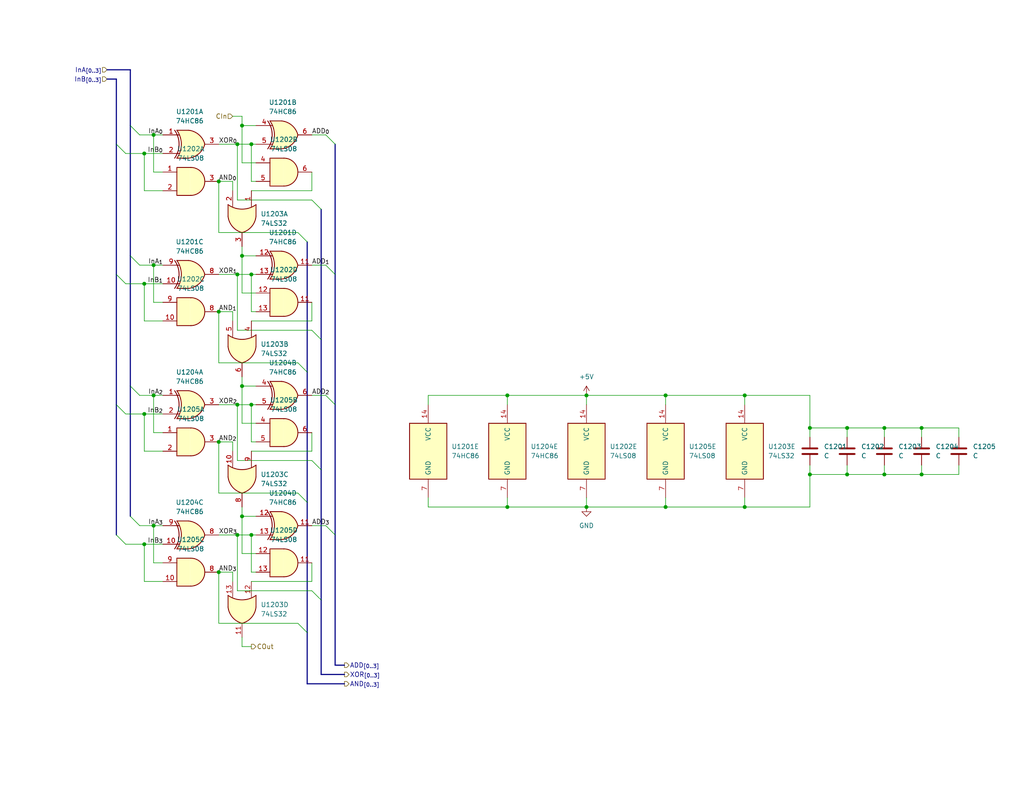
<source format=kicad_sch>
(kicad_sch (version 20250114) (generator "eeschema") (generator_version "9.0")
  (paper "USLetter")
  (title_block (title "BRISC8 CPU") (date "2025-06-05") (rev "v1.0.0") (company "Brian Duffy") (comment 3 "Compatible with the BRISC8 assembler and compiler suite.") (comment 4 "Simple 8-bit RISC CPU designed by Brian Duffy to explore the lowest level of computing."))
  (lib_symbols
    (symbol "74xx:74HC86" (pin_names (offset 1.016))
      (property "Reference" "U" (at 0 1.27 0))
      (property "Value" "74HC86" (at 0 -1.27 0))
      (symbol "74HC86_1_0"
        (arc (start -4.4196 3.81) (mid -3.2033 0) (end -4.4196 -3.81) (stroke (width 0.254)))
        (arc (start -3.81 3.81) (mid -2.589 0) (end -3.81 -3.81) (stroke (width 0.254)))
        (polyline (pts (xy -3.81 3.81) (xy -0.635 3.81)) (stroke (width 0.254)) (fill (type background)))
        (polyline (pts (xy -3.81 -3.81) (xy -0.635 -3.81)) (stroke (width 0.254)) (fill (type background)))
        (arc (start 3.81 0) (mid 2.1855 -2.584) (end -0.6096 -3.81) (stroke (width 0.254)) (fill (type background)))
        (arc (start -0.6096 3.81) (mid 2.1928 2.5924) (end 3.81 0) (stroke (width 0.254)) (fill (type background)))
        (polyline (pts (xy -0.635 3.81) (xy -3.81 3.81) (xy -3.81 3.81) (xy -3.556 3.4036) (xy -3.0226 2.2606) (xy -2.6924 1.0414) (xy -2.6162 -0.254) (xy -2.7686 -1.4986) (xy -3.175 -2.7178) (xy -3.81 -3.81) (xy -3.81 -3.81) (xy -0.635 -3.81)) (stroke (width -25.4)) (fill (type background)))
        (pin input line (at -7.62 2.54 0) (length 4.445) (name "~") (number "1"))
        (pin input line (at -7.62 -2.54 0) (length 4.445) (name "~") (number "2"))
        (pin output line (at 7.62 0 180) (length 3.81) (name "~") (number "3"))
      )
      (symbol "74HC86_1_1"
        (polyline (pts (xy -3.81 2.54) (xy -3.175 2.54)) (stroke (width 0.1524)))
        (polyline (pts (xy -3.81 -2.54) (xy -3.175 -2.54)) (stroke (width 0.1524)))
      )
      (symbol "74HC86_2_0"
        (arc (start -4.4196 3.81) (mid -3.2033 0) (end -4.4196 -3.81) (stroke (width 0.254)))
        (arc (start -3.81 3.81) (mid -2.589 0) (end -3.81 -3.81) (stroke (width 0.254)))
        (polyline (pts (xy -3.81 3.81) (xy -0.635 3.81)) (stroke (width 0.254)) (fill (type background)))
        (polyline (pts (xy -3.81 -3.81) (xy -0.635 -3.81)) (stroke (width 0.254)) (fill (type background)))
        (arc (start 3.81 0) (mid 2.1855 -2.584) (end -0.6096 -3.81) (stroke (width 0.254)) (fill (type background)))
        (arc (start -0.6096 3.81) (mid 2.1928 2.5924) (end 3.81 0) (stroke (width 0.254)) (fill (type background)))
        (polyline (pts (xy -0.635 3.81) (xy -3.81 3.81) (xy -3.81 3.81) (xy -3.556 3.4036) (xy -3.0226 2.2606) (xy -2.6924 1.0414) (xy -2.6162 -0.254) (xy -2.7686 -1.4986) (xy -3.175 -2.7178) (xy -3.81 -3.81) (xy -3.81 -3.81) (xy -0.635 -3.81)) (stroke (width -25.4)) (fill (type background)))
        (pin input line (at -7.62 2.54 0) (length 4.445) (name "~") (number "4"))
        (pin input line (at -7.62 -2.54 0) (length 4.445) (name "~") (number "5"))
        (pin output line (at 7.62 0 180) (length 3.81) (name "~") (number "6"))
      )
      (symbol "74HC86_2_1"
        (polyline (pts (xy -3.81 2.54) (xy -3.175 2.54)) (stroke (width 0.1524)))
        (polyline (pts (xy -3.81 -2.54) (xy -3.175 -2.54)) (stroke (width 0.1524)))
      )
      (symbol "74HC86_3_0"
        (arc (start -4.4196 3.81) (mid -3.2033 0) (end -4.4196 -3.81) (stroke (width 0.254)))
        (arc (start -3.81 3.81) (mid -2.589 0) (end -3.81 -3.81) (stroke (width 0.254)))
        (polyline (pts (xy -3.81 3.81) (xy -0.635 3.81)) (stroke (width 0.254)) (fill (type background)))
        (polyline (pts (xy -3.81 -3.81) (xy -0.635 -3.81)) (stroke (width 0.254)) (fill (type background)))
        (arc (start 3.81 0) (mid 2.1855 -2.584) (end -0.6096 -3.81) (stroke (width 0.254)) (fill (type background)))
        (arc (start -0.6096 3.81) (mid 2.1928 2.5924) (end 3.81 0) (stroke (width 0.254)) (fill (type background)))
        (polyline (pts (xy -0.635 3.81) (xy -3.81 3.81) (xy -3.81 3.81) (xy -3.556 3.4036) (xy -3.0226 2.2606) (xy -2.6924 1.0414) (xy -2.6162 -0.254) (xy -2.7686 -1.4986) (xy -3.175 -2.7178) (xy -3.81 -3.81) (xy -3.81 -3.81) (xy -0.635 -3.81)) (stroke (width -25.4)) (fill (type background)))
        (pin input line (at -7.62 2.54 0) (length 4.445) (name "~") (number "9"))
        (pin input line (at -7.62 -2.54 0) (length 4.445) (name "~") (number "10"))
        (pin output line (at 7.62 0 180) (length 3.81) (name "~") (number "8"))
      )
      (symbol "74HC86_3_1"
        (polyline (pts (xy -3.81 2.54) (xy -3.175 2.54)) (stroke (width 0.1524)))
        (polyline (pts (xy -3.81 -2.54) (xy -3.175 -2.54)) (stroke (width 0.1524)))
      )
      (symbol "74HC86_4_0"
        (arc (start -4.4196 3.81) (mid -3.2033 0) (end -4.4196 -3.81) (stroke (width 0.254)))
        (arc (start -3.81 3.81) (mid -2.589 0) (end -3.81 -3.81) (stroke (width 0.254)))
        (polyline (pts (xy -3.81 3.81) (xy -0.635 3.81)) (stroke (width 0.254)) (fill (type background)))
        (polyline (pts (xy -3.81 -3.81) (xy -0.635 -3.81)) (stroke (width 0.254)) (fill (type background)))
        (arc (start 3.81 0) (mid 2.1855 -2.584) (end -0.6096 -3.81) (stroke (width 0.254)) (fill (type background)))
        (arc (start -0.6096 3.81) (mid 2.1928 2.5924) (end 3.81 0) (stroke (width 0.254)) (fill (type background)))
        (polyline (pts (xy -0.635 3.81) (xy -3.81 3.81) (xy -3.81 3.81) (xy -3.556 3.4036) (xy -3.0226 2.2606) (xy -2.6924 1.0414) (xy -2.6162 -0.254) (xy -2.7686 -1.4986) (xy -3.175 -2.7178) (xy -3.81 -3.81) (xy -3.81 -3.81) (xy -0.635 -3.81)) (stroke (width -25.4)) (fill (type background)))
        (pin input line (at -7.62 2.54 0) (length 4.445) (name "~") (number "12"))
        (pin input line (at -7.62 -2.54 0) (length 4.445) (name "~") (number "13"))
        (pin output line (at 7.62 0 180) (length 3.81) (name "~") (number "11"))
      )
      (symbol "74HC86_4_1"
        (polyline (pts (xy -3.81 2.54) (xy -3.175 2.54)) (stroke (width 0.1524)))
        (polyline (pts (xy -3.81 -2.54) (xy -3.175 -2.54)) (stroke (width 0.1524)))
      )
      (symbol "74HC86_5_0"
        (pin power_in line (at 0 12.7 270) (length 5.08) (name "VCC") (number "14"))
        (pin power_in line (at 0 -12.7 90) (length 5.08) (name "GND") (number "7"))
      )
      (symbol "74HC86_5_1"
        (rectangle (start -5.08 7.62) (end 5.08 -7.62) (stroke (width 0.254)) (fill (type background)))
      )
    )
    (symbol "74xx:74LS08" (pin_names (offset 1.016))
      (property "Reference" "U" (at 0 1.27 0))
      (property "Value" "74LS08" (at 0 -1.27 0))
      (symbol "74LS08_1_1"
        (arc (start 0 3.81) (mid 3.7934 0) (end 0 -3.81) (stroke (width 0.254)) (fill (type background)))
        (polyline (pts (xy 0 3.81) (xy -3.81 3.81) (xy -3.81 -3.81) (xy 0 -3.81)) (stroke (width 0.254)) (fill (type background)))
        (pin input line (at -7.62 2.54 0) (length 3.81) (name "~") (number "1"))
        (pin input line (at -7.62 -2.54 0) (length 3.81) (name "~") (number "2"))
        (pin output line (at 7.62 0 180) (length 3.81) (name "~") (number "3"))
      )
      (symbol "74LS08_1_2"
        (arc (start -3.81 3.81) (mid -2.589 0) (end -3.81 -3.81) (stroke (width 0.254)))
        (polyline (pts (xy -3.81 3.81) (xy -0.635 3.81)) (stroke (width 0.254)) (fill (type background)))
        (polyline (pts (xy -3.81 -3.81) (xy -0.635 -3.81)) (stroke (width 0.254)) (fill (type background)))
        (arc (start 3.81 0) (mid 2.1855 -2.584) (end -0.6096 -3.81) (stroke (width 0.254)) (fill (type background)))
        (arc (start -0.6096 3.81) (mid 2.1928 2.5924) (end 3.81 0) (stroke (width 0.254)) (fill (type background)))
        (polyline (pts (xy -0.635 3.81) (xy -3.81 3.81) (xy -3.81 3.81) (xy -3.556 3.4036) (xy -3.0226 2.2606) (xy -2.6924 1.0414) (xy -2.6162 -0.254) (xy -2.7686 -1.4986) (xy -3.175 -2.7178) (xy -3.81 -3.81) (xy -3.81 -3.81) (xy -0.635 -3.81)) (stroke (width -25.4)) (fill (type background)))
        (pin input inverted (at -7.62 2.54 0) (length 4.318) (name "~") (number "1"))
        (pin input inverted (at -7.62 -2.54 0) (length 4.318) (name "~") (number "2"))
        (pin output inverted (at 7.62 0 180) (length 3.81) (name "~") (number "3"))
      )
      (symbol "74LS08_2_1"
        (arc (start 0 3.81) (mid 3.7934 0) (end 0 -3.81) (stroke (width 0.254)) (fill (type background)))
        (polyline (pts (xy 0 3.81) (xy -3.81 3.81) (xy -3.81 -3.81) (xy 0 -3.81)) (stroke (width 0.254)) (fill (type background)))
        (pin input line (at -7.62 2.54 0) (length 3.81) (name "~") (number "4"))
        (pin input line (at -7.62 -2.54 0) (length 3.81) (name "~") (number "5"))
        (pin output line (at 7.62 0 180) (length 3.81) (name "~") (number "6"))
      )
      (symbol "74LS08_2_2"
        (arc (start -3.81 3.81) (mid -2.589 0) (end -3.81 -3.81) (stroke (width 0.254)))
        (polyline (pts (xy -3.81 3.81) (xy -0.635 3.81)) (stroke (width 0.254)) (fill (type background)))
        (polyline (pts (xy -3.81 -3.81) (xy -0.635 -3.81)) (stroke (width 0.254)) (fill (type background)))
        (arc (start 3.81 0) (mid 2.1855 -2.584) (end -0.6096 -3.81) (stroke (width 0.254)) (fill (type background)))
        (arc (start -0.6096 3.81) (mid 2.1928 2.5924) (end 3.81 0) (stroke (width 0.254)) (fill (type background)))
        (polyline (pts (xy -0.635 3.81) (xy -3.81 3.81) (xy -3.81 3.81) (xy -3.556 3.4036) (xy -3.0226 2.2606) (xy -2.6924 1.0414) (xy -2.6162 -0.254) (xy -2.7686 -1.4986) (xy -3.175 -2.7178) (xy -3.81 -3.81) (xy -3.81 -3.81) (xy -0.635 -3.81)) (stroke (width -25.4)) (fill (type background)))
        (pin input inverted (at -7.62 2.54 0) (length 4.318) (name "~") (number "4"))
        (pin input inverted (at -7.62 -2.54 0) (length 4.318) (name "~") (number "5"))
        (pin output inverted (at 7.62 0 180) (length 3.81) (name "~") (number "6"))
      )
      (symbol "74LS08_3_1"
        (arc (start 0 3.81) (mid 3.7934 0) (end 0 -3.81) (stroke (width 0.254)) (fill (type background)))
        (polyline (pts (xy 0 3.81) (xy -3.81 3.81) (xy -3.81 -3.81) (xy 0 -3.81)) (stroke (width 0.254)) (fill (type background)))
        (pin input line (at -7.62 2.54 0) (length 3.81) (name "~") (number "9"))
        (pin input line (at -7.62 -2.54 0) (length 3.81) (name "~") (number "10"))
        (pin output line (at 7.62 0 180) (length 3.81) (name "~") (number "8"))
      )
      (symbol "74LS08_3_2"
        (arc (start -3.81 3.81) (mid -2.589 0) (end -3.81 -3.81) (stroke (width 0.254)))
        (polyline (pts (xy -3.81 3.81) (xy -0.635 3.81)) (stroke (width 0.254)) (fill (type background)))
        (polyline (pts (xy -3.81 -3.81) (xy -0.635 -3.81)) (stroke (width 0.254)) (fill (type background)))
        (arc (start 3.81 0) (mid 2.1855 -2.584) (end -0.6096 -3.81) (stroke (width 0.254)) (fill (type background)))
        (arc (start -0.6096 3.81) (mid 2.1928 2.5924) (end 3.81 0) (stroke (width 0.254)) (fill (type background)))
        (polyline (pts (xy -0.635 3.81) (xy -3.81 3.81) (xy -3.81 3.81) (xy -3.556 3.4036) (xy -3.0226 2.2606) (xy -2.6924 1.0414) (xy -2.6162 -0.254) (xy -2.7686 -1.4986) (xy -3.175 -2.7178) (xy -3.81 -3.81) (xy -3.81 -3.81) (xy -0.635 -3.81)) (stroke (width -25.4)) (fill (type background)))
        (pin input inverted (at -7.62 2.54 0) (length 4.318) (name "~") (number "9"))
        (pin input inverted (at -7.62 -2.54 0) (length 4.318) (name "~") (number "10"))
        (pin output inverted (at 7.62 0 180) (length 3.81) (name "~") (number "8"))
      )
      (symbol "74LS08_4_1"
        (arc (start 0 3.81) (mid 3.7934 0) (end 0 -3.81) (stroke (width 0.254)) (fill (type background)))
        (polyline (pts (xy 0 3.81) (xy -3.81 3.81) (xy -3.81 -3.81) (xy 0 -3.81)) (stroke (width 0.254)) (fill (type background)))
        (pin input line (at -7.62 2.54 0) (length 3.81) (name "~") (number "12"))
        (pin input line (at -7.62 -2.54 0) (length 3.81) (name "~") (number "13"))
        (pin output line (at 7.62 0 180) (length 3.81) (name "~") (number "11"))
      )
      (symbol "74LS08_4_2"
        (arc (start -3.81 3.81) (mid -2.589 0) (end -3.81 -3.81) (stroke (width 0.254)))
        (polyline (pts (xy -3.81 3.81) (xy -0.635 3.81)) (stroke (width 0.254)) (fill (type background)))
        (polyline (pts (xy -3.81 -3.81) (xy -0.635 -3.81)) (stroke (width 0.254)) (fill (type background)))
        (arc (start 3.81 0) (mid 2.1855 -2.584) (end -0.6096 -3.81) (stroke (width 0.254)) (fill (type background)))
        (arc (start -0.6096 3.81) (mid 2.1928 2.5924) (end 3.81 0) (stroke (width 0.254)) (fill (type background)))
        (polyline (pts (xy -0.635 3.81) (xy -3.81 3.81) (xy -3.81 3.81) (xy -3.556 3.4036) (xy -3.0226 2.2606) (xy -2.6924 1.0414) (xy -2.6162 -0.254) (xy -2.7686 -1.4986) (xy -3.175 -2.7178) (xy -3.81 -3.81) (xy -3.81 -3.81) (xy -0.635 -3.81)) (stroke (width -25.4)) (fill (type background)))
        (pin input inverted (at -7.62 2.54 0) (length 4.318) (name "~") (number "12"))
        (pin input inverted (at -7.62 -2.54 0) (length 4.318) (name "~") (number "13"))
        (pin output inverted (at 7.62 0 180) (length 3.81) (name "~") (number "11"))
      )
      (symbol "74LS08_5_0"
        (pin power_in line (at 0 12.7 270) (length 5.08) (name "VCC") (number "14"))
        (pin power_in line (at 0 -12.7 90) (length 5.08) (name "GND") (number "7"))
      )
      (symbol "74LS08_5_1"
        (rectangle (start -5.08 7.62) (end 5.08 -7.62) (stroke (width 0.254)) (fill (type background)))
      )
    )
    (symbol "74xx:74LS32" (pin_names (offset 1.016))
      (property "Reference" "U" (at 0 1.27 0))
      (property "Value" "74LS32" (at 0 -1.27 0))
      (symbol "74LS32_1_1"
        (arc (start -3.81 3.81) (mid -2.589 0) (end -3.81 -3.81) (stroke (width 0.254)))
        (polyline (pts (xy -3.81 3.81) (xy -0.635 3.81)) (stroke (width 0.254)) (fill (type background)))
        (polyline (pts (xy -3.81 -3.81) (xy -0.635 -3.81)) (stroke (width 0.254)) (fill (type background)))
        (arc (start 3.81 0) (mid 2.1855 -2.584) (end -0.6096 -3.81) (stroke (width 0.254)) (fill (type background)))
        (arc (start -0.6096 3.81) (mid 2.1928 2.5924) (end 3.81 0) (stroke (width 0.254)) (fill (type background)))
        (polyline (pts (xy -0.635 3.81) (xy -3.81 3.81) (xy -3.81 3.81) (xy -3.556 3.4036) (xy -3.0226 2.2606) (xy -2.6924 1.0414) (xy -2.6162 -0.254) (xy -2.7686 -1.4986) (xy -3.175 -2.7178) (xy -3.81 -3.81) (xy -3.81 -3.81) (xy -0.635 -3.81)) (stroke (width -25.4)) (fill (type background)))
        (pin input line (at -7.62 2.54 0) (length 4.318) (name "~") (number "1"))
        (pin input line (at -7.62 -2.54 0) (length 4.318) (name "~") (number "2"))
        (pin output line (at 7.62 0 180) (length 3.81) (name "~") (number "3"))
      )
      (symbol "74LS32_1_2"
        (arc (start 0 3.81) (mid 3.7934 0) (end 0 -3.81) (stroke (width 0.254)) (fill (type background)))
        (polyline (pts (xy 0 3.81) (xy -3.81 3.81) (xy -3.81 -3.81) (xy 0 -3.81)) (stroke (width 0.254)) (fill (type background)))
        (pin input inverted (at -7.62 2.54 0) (length 3.81) (name "~") (number "1"))
        (pin input inverted (at -7.62 -2.54 0) (length 3.81) (name "~") (number "2"))
        (pin output inverted (at 7.62 0 180) (length 3.81) (name "~") (number "3"))
      )
      (symbol "74LS32_2_1"
        (arc (start -3.81 3.81) (mid -2.589 0) (end -3.81 -3.81) (stroke (width 0.254)))
        (polyline (pts (xy -3.81 3.81) (xy -0.635 3.81)) (stroke (width 0.254)) (fill (type background)))
        (polyline (pts (xy -3.81 -3.81) (xy -0.635 -3.81)) (stroke (width 0.254)) (fill (type background)))
        (arc (start 3.81 0) (mid 2.1855 -2.584) (end -0.6096 -3.81) (stroke (width 0.254)) (fill (type background)))
        (arc (start -0.6096 3.81) (mid 2.1928 2.5924) (end 3.81 0) (stroke (width 0.254)) (fill (type background)))
        (polyline (pts (xy -0.635 3.81) (xy -3.81 3.81) (xy -3.81 3.81) (xy -3.556 3.4036) (xy -3.0226 2.2606) (xy -2.6924 1.0414) (xy -2.6162 -0.254) (xy -2.7686 -1.4986) (xy -3.175 -2.7178) (xy -3.81 -3.81) (xy -3.81 -3.81) (xy -0.635 -3.81)) (stroke (width -25.4)) (fill (type background)))
        (pin input line (at -7.62 2.54 0) (length 4.318) (name "~") (number "4"))
        (pin input line (at -7.62 -2.54 0) (length 4.318) (name "~") (number "5"))
        (pin output line (at 7.62 0 180) (length 3.81) (name "~") (number "6"))
      )
      (symbol "74LS32_2_2"
        (arc (start 0 3.81) (mid 3.7934 0) (end 0 -3.81) (stroke (width 0.254)) (fill (type background)))
        (polyline (pts (xy 0 3.81) (xy -3.81 3.81) (xy -3.81 -3.81) (xy 0 -3.81)) (stroke (width 0.254)) (fill (type background)))
        (pin input inverted (at -7.62 2.54 0) (length 3.81) (name "~") (number "4"))
        (pin input inverted (at -7.62 -2.54 0) (length 3.81) (name "~") (number "5"))
        (pin output inverted (at 7.62 0 180) (length 3.81) (name "~") (number "6"))
      )
      (symbol "74LS32_3_1"
        (arc (start -3.81 3.81) (mid -2.589 0) (end -3.81 -3.81) (stroke (width 0.254)))
        (polyline (pts (xy -3.81 3.81) (xy -0.635 3.81)) (stroke (width 0.254)) (fill (type background)))
        (polyline (pts (xy -3.81 -3.81) (xy -0.635 -3.81)) (stroke (width 0.254)) (fill (type background)))
        (arc (start 3.81 0) (mid 2.1855 -2.584) (end -0.6096 -3.81) (stroke (width 0.254)) (fill (type background)))
        (arc (start -0.6096 3.81) (mid 2.1928 2.5924) (end 3.81 0) (stroke (width 0.254)) (fill (type background)))
        (polyline (pts (xy -0.635 3.81) (xy -3.81 3.81) (xy -3.81 3.81) (xy -3.556 3.4036) (xy -3.0226 2.2606) (xy -2.6924 1.0414) (xy -2.6162 -0.254) (xy -2.7686 -1.4986) (xy -3.175 -2.7178) (xy -3.81 -3.81) (xy -3.81 -3.81) (xy -0.635 -3.81)) (stroke (width -25.4)) (fill (type background)))
        (pin input line (at -7.62 2.54 0) (length 4.318) (name "~") (number "9"))
        (pin input line (at -7.62 -2.54 0) (length 4.318) (name "~") (number "10"))
        (pin output line (at 7.62 0 180) (length 3.81) (name "~") (number "8"))
      )
      (symbol "74LS32_3_2"
        (arc (start 0 3.81) (mid 3.7934 0) (end 0 -3.81) (stroke (width 0.254)) (fill (type background)))
        (polyline (pts (xy 0 3.81) (xy -3.81 3.81) (xy -3.81 -3.81) (xy 0 -3.81)) (stroke (width 0.254)) (fill (type background)))
        (pin input inverted (at -7.62 2.54 0) (length 3.81) (name "~") (number "9"))
        (pin input inverted (at -7.62 -2.54 0) (length 3.81) (name "~") (number "10"))
        (pin output inverted (at 7.62 0 180) (length 3.81) (name "~") (number "8"))
      )
      (symbol "74LS32_4_1"
        (arc (start -3.81 3.81) (mid -2.589 0) (end -3.81 -3.81) (stroke (width 0.254)))
        (polyline (pts (xy -3.81 3.81) (xy -0.635 3.81)) (stroke (width 0.254)) (fill (type background)))
        (polyline (pts (xy -3.81 -3.81) (xy -0.635 -3.81)) (stroke (width 0.254)) (fill (type background)))
        (arc (start 3.81 0) (mid 2.1855 -2.584) (end -0.6096 -3.81) (stroke (width 0.254)) (fill (type background)))
        (arc (start -0.6096 3.81) (mid 2.1928 2.5924) (end 3.81 0) (stroke (width 0.254)) (fill (type background)))
        (polyline (pts (xy -0.635 3.81) (xy -3.81 3.81) (xy -3.81 3.81) (xy -3.556 3.4036) (xy -3.0226 2.2606) (xy -2.6924 1.0414) (xy -2.6162 -0.254) (xy -2.7686 -1.4986) (xy -3.175 -2.7178) (xy -3.81 -3.81) (xy -3.81 -3.81) (xy -0.635 -3.81)) (stroke (width -25.4)) (fill (type background)))
        (pin input line (at -7.62 2.54 0) (length 4.318) (name "~") (number "12"))
        (pin input line (at -7.62 -2.54 0) (length 4.318) (name "~") (number "13"))
        (pin output line (at 7.62 0 180) (length 3.81) (name "~") (number "11"))
      )
      (symbol "74LS32_4_2"
        (arc (start 0 3.81) (mid 3.7934 0) (end 0 -3.81) (stroke (width 0.254)) (fill (type background)))
        (polyline (pts (xy 0 3.81) (xy -3.81 3.81) (xy -3.81 -3.81) (xy 0 -3.81)) (stroke (width 0.254)) (fill (type background)))
        (pin input inverted (at -7.62 2.54 0) (length 3.81) (name "~") (number "12"))
        (pin input inverted (at -7.62 -2.54 0) (length 3.81) (name "~") (number "13"))
        (pin output inverted (at 7.62 0 180) (length 3.81) (name "~") (number "11"))
      )
      (symbol "74LS32_5_0"
        (pin power_in line (at 0 12.7 270) (length 5.08) (name "VCC") (number "14"))
        (pin power_in line (at 0 -12.7 90) (length 5.08) (name "GND") (number "7"))
      )
      (symbol "74LS32_5_1"
        (rectangle (start -5.08 7.62) (end 5.08 -7.62) (stroke (width 0.254)) (fill (type background)))
      )
    )
    (symbol "Device:C" (pin_numbers (hide yes)) (pin_names (offset 0.254))
      (property "Reference" "C" (at 0.635 2.54 0))
      (property "Value" "C" (at 0.635 -2.54 0))
      (symbol "C_0_1"
        (polyline (pts (xy -2.032 0.762) (xy 2.032 0.762)) (stroke (width 0.508)))
        (polyline (pts (xy -2.032 -0.762) (xy 2.032 -0.762)) (stroke (width 0.508)))
      )
      (symbol "C_1_1"
        (pin passive line (at 0 3.81 270) (length 2.794) (name "~") (number "1"))
        (pin passive line (at 0 -3.81 90) (length 2.794) (name "~") (number "2"))
      )
    )
    (symbol "power:+5V" (power) (pin_numbers (hide yes)) (pin_names (offset 0) (hide yes))
      (property "Value" "+5V" (at 0 3.556 0))
      (symbol "+5V_0_1"
        (polyline (pts (xy -0.762 1.27) (xy 0 2.54)))
        (polyline (pts (xy 0 2.54) (xy 0.762 1.27)))
        (polyline (pts (xy 0 0) (xy 0 2.54)))
      )
      (symbol "+5V_1_1"
        (pin power_in line (at 0 0 90) (length 0) (name "~") (number "1"))
      )
    )
    (symbol "power:GND" (power) (pin_numbers (hide yes)) (pin_names (offset 0) (hide yes))
      (property "Value" "GND" (at 0 -3.81 0))
      (symbol "GND_0_1"
        (polyline (pts (xy 0 0) (xy 0 -1.27) (xy 1.27 -1.27) (xy 0 -2.54) (xy -1.27 -1.27) (xy 0 -1.27)))
      )
      (symbol "GND_1_1"
        (pin power_in line (at 0 0 270) (length 0) (name "~") (number "1"))
      )
    )
  )
  (junction (at 39.37 113.03))
  (junction (at 203.2 107.95))
  (junction (at 251.46 129.54))
  (junction (at 39.37 77.47))
  (junction (at 41.91 36.83))
  (junction (at 64.77 74.93))
  (junction (at 241.3 116.84))
  (junction (at 64.77 39.37))
  (junction (at 138.43 138.43))
  (junction (at 39.37 148.59))
  (junction (at 39.37 41.91))
  (junction (at 181.61 138.43))
  (junction (at 203.2 138.43))
  (junction (at 41.91 72.39))
  (junction (at 220.98 116.84))
  (junction (at 66.04 34.29))
  (junction (at 181.61 107.95))
  (junction (at 66.04 140.97))
  (junction (at 68.58 74.93))
  (junction (at 68.58 110.49))
  (junction (at 231.14 129.54))
  (junction (at 68.58 39.37))
  (junction (at 64.77 110.49))
  (junction (at 64.77 146.05))
  (junction (at 231.14 116.84))
  (junction (at 66.04 105.41))
  (junction (at 59.69 120.65))
  (junction (at 251.46 116.84))
  (junction (at 59.69 85.09))
  (junction (at 41.91 143.51))
  (junction (at 68.58 146.05))
  (junction (at 160.02 107.95))
  (junction (at 59.69 156.21))
  (junction (at 241.3 129.54))
  (junction (at 41.91 107.95))
  (junction (at 66.04 69.85))
  (junction (at 220.98 129.54))
  (junction (at 138.43 107.95))
  (junction (at 160.02 138.43))
  (junction (at 59.69 49.53))
  (bus_entry (at 81.28 63.5) (size 2.54 2.54))
  (bus_entry (at 31.75 39.37) (size 2.54 2.54))
  (bus_entry (at 88.9 36.83) (size 2.54 2.54))
  (bus_entry (at 31.75 146.05) (size 2.54 2.54))
  (bus_entry (at 88.9 72.39) (size 2.54 2.54))
  (bus_entry (at 85.09 125.73) (size 2.54 2.54))
  (bus_entry (at 38.1 72.39) (size -2.54 -2.54))
  (bus_entry (at 38.1 107.95) (size -2.54 -2.54))
  (bus_entry (at 85.09 54.61) (size 2.54 2.54))
  (bus_entry (at 88.9 107.95) (size 2.54 2.54))
  (bus_entry (at 81.28 134.62) (size 2.54 2.54))
  (bus_entry (at 85.09 90.17) (size 2.54 2.54))
  (bus_entry (at 85.09 161.29) (size 2.54 2.54))
  (bus_entry (at 81.28 170.18) (size 2.54 2.54))
  (bus_entry (at 81.28 99.06) (size 2.54 2.54))
  (bus_entry (at 38.1 143.51) (size -2.54 -2.54))
  (bus_entry (at 88.9 143.51) (size 2.54 2.54))
  (bus_entry (at 31.75 110.49) (size 2.54 2.54))
  (bus_entry (at 31.75 74.93) (size 2.54 2.54))
  (bus_entry (at 38.1 36.83) (size -2.54 -2.54))
  (wire (pts (xy 85.09 123.19) (xy 68.58 123.19)))
  (wire (pts (xy 251.46 129.54) (xy 241.3 129.54)))
  (wire (pts (xy 251.46 116.84) (xy 251.46 119.38)))
  (wire (pts (xy 181.61 138.43) (xy 181.61 135.89)))
  (bus (pts (xy 29.21 21.59) (xy 31.75 21.59)))
  (wire (pts (xy 203.2 107.95) (xy 203.2 110.49)))
  (wire (pts (xy 85.09 72.39) (xy 88.9 72.39)))
  (wire (pts (xy 138.43 107.95) (xy 160.02 107.95)))
  (wire (pts (xy 44.45 118.11) (xy 41.91 118.11)))
  (wire (pts (xy 85.09 46.99) (xy 85.09 52.07)))
  (bus (pts (xy 91.44 74.93) (xy 91.44 110.49)))
  (wire (pts (xy 59.69 156.21) (xy 63.5 156.21)))
  (wire (pts (xy 41.91 36.83) (xy 38.1 36.83)))
  (wire (pts (xy 69.85 80.01) (xy 66.04 80.01)))
  (wire (pts (xy 66.04 34.29) (xy 69.85 34.29)))
  (bus (pts (xy 31.75 39.37) (xy 31.75 21.59)))
  (wire (pts (xy 39.37 52.07) (xy 44.45 52.07)))
  (wire (pts (xy 44.45 46.99) (xy 41.91 46.99)))
  (wire (pts (xy 44.45 77.47) (xy 39.37 77.47)))
  (wire (pts (xy 220.98 138.43) (xy 203.2 138.43)))
  (wire (pts (xy 116.84 135.89) (xy 116.84 138.43)))
  (wire (pts (xy 220.98 116.84) (xy 231.14 116.84)))
  (wire (pts (xy 44.45 148.59) (xy 39.37 148.59)))
  (wire (pts (xy 41.91 46.99) (xy 41.91 36.83)))
  (wire (pts (xy 160.02 138.43) (xy 181.61 138.43)))
  (wire (pts (xy 85.09 52.07) (xy 68.58 52.07)))
  (wire (pts (xy 64.77 54.61) (xy 85.09 54.61)))
  (wire (pts (xy 64.77 74.93) (xy 68.58 74.93)))
  (wire (pts (xy 160.02 107.95) (xy 181.61 107.95)))
  (wire (pts (xy 59.69 134.62) (xy 81.28 134.62)))
  (bus (pts (xy 83.82 137.16) (xy 83.82 172.72)))
  (wire (pts (xy 116.84 107.95) (xy 138.43 107.95)))
  (wire (pts (xy 41.91 143.51) (xy 38.1 143.51)))
  (wire (pts (xy 231.14 129.54) (xy 231.14 127)))
  (wire (pts (xy 44.45 41.91) (xy 39.37 41.91)))
  (wire (pts (xy 68.58 120.65) (xy 69.85 120.65)))
  (wire (pts (xy 64.77 125.73) (xy 85.09 125.73)))
  (wire (pts (xy 59.69 49.53) (xy 63.5 49.53)))
  (wire (pts (xy 66.04 115.57) (xy 66.04 105.41)))
  (wire (pts (xy 160.02 107.95) (xy 160.02 110.49)))
  (wire (pts (xy 63.5 49.53) (xy 63.5 52.07)))
  (wire (pts (xy 63.5 85.09) (xy 63.5 87.63)))
  (bus (pts (xy 91.44 146.05) (xy 91.44 181.61)))
  (wire (pts (xy 39.37 77.47) (xy 34.29 77.47)))
  (wire (pts (xy 85.09 82.55) (xy 85.09 87.63)))
  (wire (pts (xy 68.58 87.63) (xy 85.09 87.63)))
  (wire (pts (xy 220.98 116.84) (xy 220.98 119.38)))
  (bus (pts (xy 35.56 34.29) (xy 35.56 69.85)))
  (wire (pts (xy 85.09 143.51) (xy 88.9 143.51)))
  (wire (pts (xy 41.91 143.51) (xy 44.45 143.51)))
  (wire (pts (xy 64.77 161.29) (xy 85.09 161.29)))
  (bus (pts (xy 87.63 57.15) (xy 87.63 92.71)))
  (wire (pts (xy 231.14 129.54) (xy 220.98 129.54)))
  (wire (pts (xy 241.3 116.84) (xy 251.46 116.84)))
  (wire (pts (xy 68.58 39.37) (xy 68.58 49.53)))
  (wire (pts (xy 59.69 120.65) (xy 63.5 120.65)))
  (wire (pts (xy 220.98 129.54) (xy 220.98 127)))
  (wire (pts (xy 64.77 74.93) (xy 64.77 90.17)))
  (wire (pts (xy 69.85 115.57) (xy 66.04 115.57)))
  (wire (pts (xy 59.69 120.65) (xy 59.69 134.62)))
  (wire (pts (xy 231.14 116.84) (xy 231.14 119.38)))
  (wire (pts (xy 69.85 151.13) (xy 66.04 151.13)))
  (bus (pts (xy 35.56 105.41) (xy 35.56 140.97)))
  (wire (pts (xy 64.77 110.49) (xy 64.77 125.73)))
  (wire (pts (xy 181.61 107.95) (xy 203.2 107.95)))
  (wire (pts (xy 39.37 87.63) (xy 44.45 87.63)))
  (wire (pts (xy 116.84 110.49) (xy 116.84 107.95)))
  (wire (pts (xy 39.37 158.75) (xy 44.45 158.75)))
  (wire (pts (xy 261.62 116.84) (xy 261.62 119.38)))
  (bus (pts (xy 83.82 172.72) (xy 83.82 186.69)))
  (wire (pts (xy 39.37 41.91) (xy 34.29 41.91)))
  (wire (pts (xy 66.04 140.97) (xy 66.04 138.43)))
  (wire (pts (xy 63.5 120.65) (xy 63.5 123.19)))
  (wire (pts (xy 261.62 127) (xy 261.62 129.54)))
  (wire (pts (xy 68.58 39.37) (xy 69.85 39.37)))
  (wire (pts (xy 64.77 90.17) (xy 85.09 90.17)))
  (wire (pts (xy 68.58 74.93) (xy 68.58 85.09)))
  (wire (pts (xy 64.77 110.49) (xy 68.58 110.49)))
  (wire (pts (xy 66.04 80.01) (xy 66.04 69.85)))
  (wire (pts (xy 251.46 116.84) (xy 261.62 116.84)))
  (wire (pts (xy 41.91 36.83) (xy 44.45 36.83)))
  (wire (pts (xy 203.2 107.95) (xy 220.98 107.95)))
  (wire (pts (xy 59.69 49.53) (xy 59.69 63.5)))
  (bus (pts (xy 87.63 128.27) (xy 87.63 163.83)))
  (wire (pts (xy 85.09 107.95) (xy 88.9 107.95)))
  (wire (pts (xy 59.69 99.06) (xy 81.28 99.06)))
  (wire (pts (xy 241.3 129.54) (xy 231.14 129.54)))
  (wire (pts (xy 66.04 31.75) (xy 63.5 31.75)))
  (wire (pts (xy 41.91 107.95) (xy 44.45 107.95)))
  (wire (pts (xy 241.3 129.54) (xy 241.3 127)))
  (bus (pts (xy 83.82 186.69) (xy 93.98 186.69)))
  (wire (pts (xy 68.58 146.05) (xy 68.58 156.21)))
  (bus (pts (xy 91.44 110.49) (xy 91.44 146.05)))
  (wire (pts (xy 44.45 153.67) (xy 41.91 153.67)))
  (wire (pts (xy 41.91 72.39) (xy 38.1 72.39)))
  (wire (pts (xy 66.04 34.29) (xy 66.04 31.75)))
  (wire (pts (xy 59.69 85.09) (xy 63.5 85.09)))
  (bus (pts (xy 29.21 19.05) (xy 35.56 19.05)))
  (wire (pts (xy 138.43 138.43) (xy 138.43 135.89)))
  (wire (pts (xy 66.04 140.97) (xy 69.85 140.97)))
  (bus (pts (xy 31.75 110.49) (xy 31.75 146.05)))
  (wire (pts (xy 68.58 110.49) (xy 69.85 110.49)))
  (wire (pts (xy 66.04 105.41) (xy 69.85 105.41)))
  (wire (pts (xy 39.37 148.59) (xy 34.29 148.59)))
  (wire (pts (xy 66.04 69.85) (xy 69.85 69.85)))
  (wire (pts (xy 39.37 41.91) (xy 39.37 52.07)))
  (wire (pts (xy 39.37 77.47) (xy 39.37 87.63)))
  (wire (pts (xy 59.69 74.93) (xy 64.77 74.93)))
  (wire (pts (xy 138.43 107.95) (xy 138.43 110.49)))
  (wire (pts (xy 41.91 82.55) (xy 41.91 72.39)))
  (bus (pts (xy 83.82 101.6) (xy 83.82 137.16)))
  (bus (pts (xy 91.44 39.37) (xy 91.44 74.93)))
  (wire (pts (xy 66.04 173.99) (xy 66.04 176.53)))
  (wire (pts (xy 64.77 146.05) (xy 64.77 161.29)))
  (wire (pts (xy 59.69 110.49) (xy 64.77 110.49)))
  (wire (pts (xy 59.69 63.5) (xy 81.28 63.5)))
  (wire (pts (xy 160.02 138.43) (xy 160.02 135.89)))
  (wire (pts (xy 59.69 170.18) (xy 81.28 170.18)))
  (wire (pts (xy 68.58 85.09) (xy 69.85 85.09)))
  (wire (pts (xy 241.3 116.84) (xy 241.3 119.38)))
  (wire (pts (xy 66.04 151.13) (xy 66.04 140.97)))
  (wire (pts (xy 68.58 110.49) (xy 68.58 120.65)))
  (wire (pts (xy 220.98 107.95) (xy 220.98 116.84)))
  (wire (pts (xy 63.5 156.21) (xy 63.5 158.75)))
  (bus (pts (xy 87.63 163.83) (xy 87.63 184.15)))
  (wire (pts (xy 68.58 49.53) (xy 69.85 49.53)))
  (wire (pts (xy 66.04 69.85) (xy 66.04 67.31)))
  (wire (pts (xy 64.77 39.37) (xy 64.77 54.61)))
  (wire (pts (xy 59.69 146.05) (xy 64.77 146.05)))
  (wire (pts (xy 138.43 138.43) (xy 160.02 138.43)))
  (wire (pts (xy 68.58 156.21) (xy 69.85 156.21)))
  (wire (pts (xy 66.04 176.53) (xy 68.58 176.53)))
  (wire (pts (xy 85.09 118.11) (xy 85.09 123.19)))
  (wire (pts (xy 41.91 107.95) (xy 38.1 107.95)))
  (wire (pts (xy 261.62 129.54) (xy 251.46 129.54)))
  (wire (pts (xy 68.58 146.05) (xy 69.85 146.05)))
  (wire (pts (xy 66.04 105.41) (xy 66.04 102.87)))
  (bus (pts (xy 87.63 184.15) (xy 93.98 184.15)))
  (wire (pts (xy 220.98 129.54) (xy 220.98 138.43)))
  (bus (pts (xy 83.82 66.04) (xy 83.82 101.6)))
  (bus (pts (xy 35.56 69.85) (xy 35.56 105.41)))
  (wire (pts (xy 69.85 44.45) (xy 66.04 44.45)))
  (wire (pts (xy 68.58 74.93) (xy 69.85 74.93)))
  (wire (pts (xy 41.91 72.39) (xy 44.45 72.39)))
  (wire (pts (xy 44.45 82.55) (xy 41.91 82.55)))
  (wire (pts (xy 39.37 113.03) (xy 34.29 113.03)))
  (wire (pts (xy 181.61 138.43) (xy 203.2 138.43)))
  (wire (pts (xy 85.09 153.67) (xy 85.09 158.75)))
  (bus (pts (xy 35.56 34.29) (xy 35.56 19.05)))
  (bus (pts (xy 31.75 39.37) (xy 31.75 74.93)))
  (wire (pts (xy 116.84 138.43) (xy 138.43 138.43)))
  (wire (pts (xy 66.04 44.45) (xy 66.04 34.29)))
  (wire (pts (xy 181.61 107.95) (xy 181.61 110.49)))
  (wire (pts (xy 64.77 39.37) (xy 68.58 39.37)))
  (wire (pts (xy 59.69 156.21) (xy 59.69 170.18)))
  (bus (pts (xy 87.63 92.71) (xy 87.63 128.27)))
  (wire (pts (xy 41.91 118.11) (xy 41.91 107.95)))
  (wire (pts (xy 251.46 129.54) (xy 251.46 127)))
  (bus (pts (xy 91.44 181.61) (xy 93.98 181.61)))
  (wire (pts (xy 64.77 146.05) (xy 68.58 146.05)))
  (wire (pts (xy 39.37 113.03) (xy 39.37 123.19)))
  (wire (pts (xy 85.09 36.83) (xy 88.9 36.83)))
  (wire (pts (xy 85.09 158.75) (xy 68.58 158.75)))
  (wire (pts (xy 39.37 123.19) (xy 44.45 123.19)))
  (wire (pts (xy 231.14 116.84) (xy 241.3 116.84)))
  (wire (pts (xy 59.69 85.09) (xy 59.69 99.06)))
  (wire (pts (xy 41.91 153.67) (xy 41.91 143.51)))
  (wire (pts (xy 59.69 39.37) (xy 64.77 39.37)))
  (wire (pts (xy 44.45 113.03) (xy 39.37 113.03)))
  (wire (pts (xy 203.2 138.43) (xy 203.2 135.89)))
  (bus (pts (xy 31.75 74.93) (xy 31.75 110.49)))
  (wire (pts (xy 39.37 148.59) (xy 39.37 158.75)))
  (label "InA_{3}" (at 44.45 143.51 180))
  (label "XOR_{1}" (at 59.69 74.93 0))
  (label "XOR_{3}" (at 59.69 146.05 0))
  (label "InA_{2}" (at 44.45 107.95 180))
  (label "ADD_{0}" (at 85.09 36.83 0))
  (label "XOR_{0}" (at 59.69 39.37 0))
  (label "InA_{0}" (at 44.45 36.83 180))
  (label "ADD_{1}" (at 85.09 72.39 0))
  (label "AND_{0}" (at 59.69 49.53 0))
  (label "AND_{1}" (at 59.69 85.09 0))
  (label "XOR_{2}" (at 59.69 110.49 0))
  (label "AND_{2}" (at 59.69 120.65 0))
  (label "InA_{1}" (at 44.45 72.39 180))
  (label "AND_{3}" (at 59.69 156.21 0))
  (label "InB_{1}" (at 44.45 77.47 180))
  (label "ADD_{2}" (at 85.09 107.95 0))
  (label "InB_{3}" (at 44.45 148.59 180))
  (label "InB_{2}" (at 44.45 113.03 180))
  (label "InB_{0}" (at 44.45 41.91 180))
  (label "ADD_{3}" (at 85.09 143.51 0))
  (hierarchical_label "InB_{[0..3]}" (shape input) (at 29.21 21.59 180))
  (hierarchical_label "COut" (shape output) (at 68.58 176.53 0))
  (hierarchical_label "InA_{[0..3]}" (shape input) (at 29.21 19.05 180))
  (hierarchical_label "ADD_{[0..3]}" (shape output) (at 93.98 181.61 0))
  (hierarchical_label "XOR_{[0..3]}" (shape output) (at 93.98 184.15 0))
  (hierarchical_label "AND_{[0..3]}" (shape output) (at 93.98 186.69 0))
  (hierarchical_label "CIn" (shape input) (at 63.5 31.75 180))
  (symbol (lib_id "74xx:74HC86") (at 77.47 143.51 0) (unit 4)
    (property "Reference" "U1304" (at 77.1652 134.62 0))
    (property "Value" "74HC86" (at 77.1652 137.16 0))
    (property "Datasheet" "http://www.ti.com/lit/gpn/sn74HC86" (effects (hide yes)))
    (property "Description" "Quad 2-input XOR" (effects (hide yes)))
    (instances (project "BRISC8" (path "" (reference "U1204") (unit 4)) (path "" (reference "U1304") (unit 4))))
  )
  (symbol (lib_id "74xx:74HC86") (at 116.84 123.19 0) (unit 5)
    (property "Reference" "U1301" (at 123.19 121.9199 0) (effects (justify left)))
    (property "Value" "74HC86" (at 123.19 124.4599 0) (effects (justify left)))
    (property "Datasheet" "http://www.ti.com/lit/gpn/sn74HC86" (effects (hide yes)))
    (property "Description" "Quad 2-input XOR" (effects (hide yes)))
    (instances (project "BRISC8" (path "" (reference "U1201") (unit 5)) (path "" (reference "U1301") (unit 5))))
  )
  (symbol (lib_id "Device:C") (at 231.14 123.19 0) (unit 1)
    (property "Reference" "C1302" (at 234.95 121.9199 0) (effects (justify left)))
    (property "Value" "C" (at 234.95 124.4599 0) (effects (justify left)))
    (property "Description" "Unpolarized capacitor" (effects (hide yes)))
    (instances (project "BRISC8" (path "" (reference "C1202") (unit 1)) (path "" (reference "C1302") (unit 1))))
  )
  (symbol (lib_id "74xx:74HC86") (at 52.07 110.49 0) (unit 1)
    (property "Reference" "U1304" (at 51.7652 101.6 0))
    (property "Value" "74HC86" (at 51.7652 104.14 0))
    (property "Datasheet" "http://www.ti.com/lit/gpn/sn74HC86" (effects (hide yes)))
    (property "Description" "Quad 2-input XOR" (effects (hide yes)))
    (instances (project "BRISC8" (path "" (reference "U1204") (unit 1)) (path "" (reference "U1304") (unit 1))))
  )
  (symbol (lib_id "74xx:74HC86") (at 52.07 146.05 0) (unit 3)
    (property "Reference" "U1304" (at 51.7652 137.16 0))
    (property "Value" "74HC86" (at 51.7652 139.7 0))
    (property "Datasheet" "http://www.ti.com/lit/gpn/sn74HC86" (effects (hide yes)))
    (property "Description" "Quad 2-input XOR" (effects (hide yes)))
    (instances (project "BRISC8" (path "" (reference "U1204") (unit 3)) (path "" (reference "U1304") (unit 3))))
  )
  (symbol (lib_id "74xx:74HC86") (at 138.43 123.19 0) (unit 5)
    (property "Reference" "U1304" (at 144.78 121.9199 0) (effects (justify left)))
    (property "Value" "74HC86" (at 144.78 124.4599 0) (effects (justify left)))
    (property "Datasheet" "http://www.ti.com/lit/gpn/sn74HC86" (effects (hide yes)))
    (property "Description" "Quad 2-input XOR" (effects (hide yes)))
    (instances (project "BRISC8" (path "" (reference "U1204") (unit 5)) (path "" (reference "U1304") (unit 5))))
  )
  (symbol (lib_id "74xx:74HC86") (at 52.07 39.37 0) (unit 1)
    (property "Reference" "U1301" (at 51.7652 30.48 0))
    (property "Value" "74HC86" (at 51.7652 33.02 0))
    (property "Datasheet" "http://www.ti.com/lit/gpn/sn74HC86" (effects (hide yes)))
    (property "Description" "Quad 2-input XOR" (effects (hide yes)))
    (instances (project "BRISC8" (path "" (reference "U1201") (unit 1)) (path "" (reference "U1301") (unit 1))))
  )
  (symbol (lib_id "74xx:74LS32") (at 66.04 166.37 270) (unit 4)
    (property "Reference" "U1303" (at 71.12 165.0999 90) (effects (justify left)))
    (property "Value" "74LS32" (at 71.12 167.6399 90) (effects (justify left)))
    (property "Datasheet" "http://www.ti.com/lit/gpn/sn74LS32" (effects (hide yes)))
    (property "Description" "Quad 2-input OR" (effects (hide yes)))
    (instances (project "BRISC8" (path "" (reference "U1203") (unit 4)) (path "" (reference "U1303") (unit 4))))
  )
  (symbol (lib_id "74xx:74HC86") (at 77.47 72.39 0) (unit 4)
    (property "Reference" "U1301" (at 77.1652 63.5 0))
    (property "Value" "74HC86" (at 77.1652 66.04 0))
    (property "Datasheet" "http://www.ti.com/lit/gpn/sn74HC86" (effects (hide yes)))
    (property "Description" "Quad 2-input XOR" (effects (hide yes)))
    (instances (project "BRISC8" (path "" (reference "U1201") (unit 4)) (path "" (reference "U1301") (unit 4))))
  )
  (symbol (lib_id "74xx:74LS08") (at 181.61 123.19 0) (unit 5)
    (property "Reference" "U1305" (at 187.96 121.9199 0) (effects (justify left)))
    (property "Value" "74LS08" (at 187.96 124.4599 0) (effects (justify left)))
    (property "Datasheet" "http://www.ti.com/lit/gpn/sn74LS08" (effects (hide yes)))
    (property "Description" "Quad And2" (effects (hide yes)))
    (instances (project "BRISC8" (path "" (reference "U1205") (unit 5)) (path "" (reference "U1305") (unit 5))))
  )
  (symbol (lib_id "74xx:74LS32") (at 66.04 130.81 270) (unit 3)
    (property "Reference" "U1303" (at 71.12 129.5399 90) (effects (justify left)))
    (property "Value" "74LS32" (at 71.12 132.0799 90) (effects (justify left)))
    (property "Datasheet" "http://www.ti.com/lit/gpn/sn74LS32" (effects (hide yes)))
    (property "Description" "Quad 2-input OR" (effects (hide yes)))
    (instances (project "BRISC8" (path "" (reference "U1203") (unit 3)) (path "" (reference "U1303") (unit 3))))
  )
  (symbol (lib_id "74xx:74LS08") (at 77.47 118.11 0) (unit 2)
    (property "Reference" "U1305" (at 77.4617 109.22 0))
    (property "Value" "74LS08" (at 77.4617 111.76 0))
    (property "Datasheet" "http://www.ti.com/lit/gpn/sn74LS08" (effects (hide yes)))
    (property "Description" "Quad And2" (effects (hide yes)))
    (instances (project "BRISC8" (path "" (reference "U1205") (unit 2)) (path "" (reference "U1305") (unit 2))))
  )
  (symbol (lib_id "74xx:74LS08") (at 52.07 156.21 0) (unit 3)
    (property "Reference" "U1305" (at 52.0617 147.32 0))
    (property "Value" "74LS08" (at 52.0617 149.86 0))
    (property "Datasheet" "http://www.ti.com/lit/gpn/sn74LS08" (effects (hide yes)))
    (property "Description" "Quad And2" (effects (hide yes)))
    (instances (project "BRISC8" (path "" (reference "U1205") (unit 3)) (path "" (reference "U1305") (unit 3))))
  )
  (symbol (lib_id "74xx:74LS32") (at 66.04 95.25 270) (unit 2)
    (property "Reference" "U1303" (at 71.12 93.9799 90) (effects (justify left)))
    (property "Value" "74LS32" (at 71.12 96.5199 90) (effects (justify left)))
    (property "Datasheet" "http://www.ti.com/lit/gpn/sn74LS32" (effects (hide yes)))
    (property "Description" "Quad 2-input OR" (effects (hide yes)))
    (instances (project "BRISC8" (path "" (reference "U1203") (unit 2)) (path "" (reference "U1303") (unit 2))))
  )
  (symbol (lib_id "74xx:74HC86") (at 77.47 107.95 0) (unit 2)
    (property "Reference" "U1304" (at 77.1652 99.06 0))
    (property "Value" "74HC86" (at 77.1652 101.6 0))
    (property "Datasheet" "http://www.ti.com/lit/gpn/sn74HC86" (effects (hide yes)))
    (property "Description" "Quad 2-input XOR" (effects (hide yes)))
    (instances (project "BRISC8" (path "" (reference "U1204") (unit 2)) (path "" (reference "U1304") (unit 2))))
  )
  (symbol (lib_id "74xx:74LS08") (at 52.07 120.65 0) (unit 1)
    (property "Reference" "U1305" (at 52.0617 111.76 0))
    (property "Value" "74LS08" (at 52.0617 114.3 0))
    (property "Datasheet" "http://www.ti.com/lit/gpn/sn74LS08" (effects (hide yes)))
    (property "Description" "Quad And2" (effects (hide yes)))
    (instances (project "BRISC8" (path "" (reference "U1205") (unit 1)) (path "" (reference "U1305") (unit 1))))
  )
  (symbol (lib_id "74xx:74LS32") (at 66.04 59.69 270) (unit 1)
    (property "Reference" "U1303" (at 71.12 58.4199 90) (effects (justify left)))
    (property "Value" "74LS32" (at 71.12 60.9599 90) (effects (justify left)))
    (property "Datasheet" "http://www.ti.com/lit/gpn/sn74LS32" (effects (hide yes)))
    (property "Description" "Quad 2-input OR" (effects (hide yes)))
    (instances (project "BRISC8" (path "" (reference "U1203") (unit 1)) (path "" (reference "U1303") (unit 1))))
  )
  (symbol (lib_id "74xx:74LS08") (at 160.02 123.19 0) (unit 5)
    (property "Reference" "U1302" (at 166.37 121.9199 0) (effects (justify left)))
    (property "Value" "74LS08" (at 166.37 124.4599 0) (effects (justify left)))
    (property "Datasheet" "http://www.ti.com/lit/gpn/sn74LS08" (effects (hide yes)))
    (property "Description" "Quad And2" (effects (hide yes)))
    (instances (project "BRISC8" (path "" (reference "U1202") (unit 5)) (path "" (reference "U1302") (unit 5))))
  )
  (symbol (lib_id "74xx:74HC86") (at 77.47 36.83 0) (unit 2)
    (property "Reference" "U1301" (at 77.1652 27.94 0))
    (property "Value" "74HC86" (at 77.1652 30.48 0))
    (property "Datasheet" "http://www.ti.com/lit/gpn/sn74HC86" (effects (hide yes)))
    (property "Description" "Quad 2-input XOR" (effects (hide yes)))
    (instances (project "BRISC8" (path "" (reference "U1201") (unit 2)) (path "" (reference "U1301") (unit 2))))
  )
  (symbol (lib_id "74xx:74LS08") (at 77.47 82.55 0) (unit 4)
    (property "Reference" "U1302" (at 77.4617 73.66 0))
    (property "Value" "74LS08" (at 77.4617 76.2 0))
    (property "Datasheet" "http://www.ti.com/lit/gpn/sn74LS08" (effects (hide yes)))
    (property "Description" "Quad And2" (effects (hide yes)))
    (instances (project "BRISC8" (path "" (reference "U1202") (unit 4)) (path "" (reference "U1302") (unit 4))))
  )
  (symbol (lib_id "74xx:74LS32") (at 203.2 123.19 0) (unit 5)
    (property "Reference" "U1303" (at 209.55 121.9199 0) (effects (justify left)))
    (property "Value" "74LS32" (at 209.55 124.4599 0) (effects (justify left)))
    (property "Datasheet" "http://www.ti.com/lit/gpn/sn74LS32" (effects (hide yes)))
    (property "Description" "Quad 2-input OR" (effects (hide yes)))
    (instances (project "BRISC8" (path "" (reference "U1203") (unit 5)) (path "" (reference "U1303") (unit 5))))
  )
  (symbol (lib_id "Device:C") (at 261.62 123.19 0) (unit 1)
    (property "Reference" "C1305" (at 265.43 121.9199 0) (effects (justify left)))
    (property "Value" "C" (at 265.43 124.4599 0) (effects (justify left)))
    (property "Description" "Unpolarized capacitor" (effects (hide yes)))
    (instances (project "BRISC8" (path "" (reference "C1205") (unit 1)) (path "" (reference "C1305") (unit 1))))
  )
  (symbol (lib_id "power:GND") (at 160.02 138.43 0) (unit 1)
    (property "Reference" "#PWR01302" (effects (hide yes)))
    (property "Value" "GND" (at 160.02 143.51 0))
    (property "Description" "Power symbol creates a global label with name \"GND\" , ground" (effects (hide yes)))
    (instances (project "BRISC8" (path "" (reference "#PWR01202") (unit 1)) (path "" (reference "#PWR01302") (unit 1))))
  )
  (symbol (lib_id "Device:C") (at 220.98 123.19 0) (unit 1)
    (property "Reference" "C1301" (at 224.79 121.9199 0) (effects (justify left)))
    (property "Value" "C" (at 224.79 124.4599 0) (effects (justify left)))
    (property "Description" "Unpolarized capacitor" (effects (hide yes)))
    (instances (project "BRISC8" (path "" (reference "C1201") (unit 1)) (path "" (reference "C1301") (unit 1))))
  )
  (symbol (lib_id "Device:C") (at 251.46 123.19 0) (unit 1)
    (property "Reference" "C1304" (at 255.27 121.9199 0) (effects (justify left)))
    (property "Value" "C" (at 255.27 124.4599 0) (effects (justify left)))
    (property "Description" "Unpolarized capacitor" (effects (hide yes)))
    (instances (project "BRISC8" (path "" (reference "C1204") (unit 1)) (path "" (reference "C1304") (unit 1))))
  )
  (symbol (lib_id "power:+5V") (at 160.02 107.95 0) (unit 1)
    (property "Reference" "#PWR01301" (effects (hide yes)))
    (property "Value" "+5V" (at 160.02 102.87 0))
    (property "Description" "Power symbol creates a global label with name \"+5V\"" (effects (hide yes)))
    (instances (project "BRISC8" (path "" (reference "#PWR01201") (unit 1)) (path "" (reference "#PWR01301") (unit 1))))
  )
  (symbol (lib_id "74xx:74LS08") (at 52.07 85.09 0) (unit 3)
    (property "Reference" "U1302" (at 52.0617 76.2 0))
    (property "Value" "74LS08" (at 52.0617 78.74 0))
    (property "Datasheet" "http://www.ti.com/lit/gpn/sn74LS08" (effects (hide yes)))
    (property "Description" "Quad And2" (effects (hide yes)))
    (instances (project "BRISC8" (path "" (reference "U1202") (unit 3)) (path "" (reference "U1302") (unit 3))))
  )
  (symbol (lib_id "74xx:74LS08") (at 77.47 46.99 0) (unit 2)
    (property "Reference" "U1302" (at 77.4617 38.1 0))
    (property "Value" "74LS08" (at 77.4617 40.64 0))
    (property "Datasheet" "http://www.ti.com/lit/gpn/sn74LS08" (effects (hide yes)))
    (property "Description" "Quad And2" (effects (hide yes)))
    (instances (project "BRISC8" (path "" (reference "U1202") (unit 2)) (path "" (reference "U1302") (unit 2))))
  )
  (symbol (lib_id "Device:C") (at 241.3 123.19 0) (unit 1)
    (property "Reference" "C1303" (at 245.11 121.9199 0) (effects (justify left)))
    (property "Value" "C" (at 245.11 124.4599 0) (effects (justify left)))
    (property "Description" "Unpolarized capacitor" (effects (hide yes)))
    (instances (project "BRISC8" (path "" (reference "C1203") (unit 1)) (path "" (reference "C1303") (unit 1))))
  )
  (symbol (lib_id "74xx:74LS08") (at 77.47 153.67 0) (unit 4)
    (property "Reference" "U1305" (at 77.4617 144.78 0))
    (property "Value" "74LS08" (at 77.4617 147.32 0))
    (property "Datasheet" "http://www.ti.com/lit/gpn/sn74LS08" (effects (hide yes)))
    (property "Description" "Quad And2" (effects (hide yes)))
    (instances (project "BRISC8" (path "" (reference "U1205") (unit 4)) (path "" (reference "U1305") (unit 4))))
  )
  (symbol (lib_id "74xx:74LS08") (at 52.07 49.53 0) (unit 1)
    (property "Reference" "U1302" (at 52.0617 40.64 0))
    (property "Value" "74LS08" (at 52.0617 43.18 0))
    (property "Datasheet" "http://www.ti.com/lit/gpn/sn74LS08" (effects (hide yes)))
    (property "Description" "Quad And2" (effects (hide yes)))
    (instances (project "BRISC8" (path "" (reference "U1202") (unit 1)) (path "" (reference "U1302") (unit 1))))
  )
  (symbol (lib_id "74xx:74HC86") (at 52.07 74.93 0) (unit 3)
    (property "Reference" "U1301" (at 51.7652 66.04 0))
    (property "Value" "74HC86" (at 51.7652 68.58 0))
    (property "Datasheet" "http://www.ti.com/lit/gpn/sn74HC86" (effects (hide yes)))
    (property "Description" "Quad 2-input XOR" (effects (hide yes)))
    (instances (project "BRISC8" (path "" (reference "U1201") (unit 3)) (path "" (reference "U1301") (unit 3))))
  )
)
</source>
